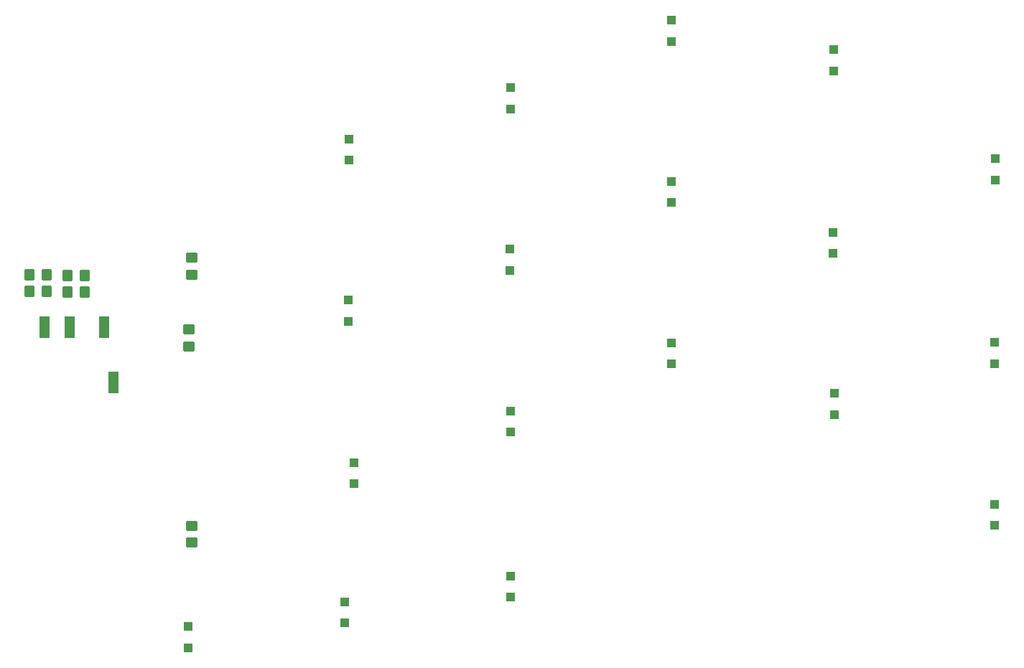
<source format=gbr>
%TF.GenerationSoftware,KiCad,Pcbnew,(6.0.4)*%
%TF.CreationDate,2022-04-22T20:25:04+08:00*%
%TF.ProjectId,Slice36,536c6963-6533-4362-9e6b-696361645f70,rev?*%
%TF.SameCoordinates,Original*%
%TF.FileFunction,Paste,Top*%
%TF.FilePolarity,Positive*%
%FSLAX46Y46*%
G04 Gerber Fmt 4.6, Leading zero omitted, Abs format (unit mm)*
G04 Created by KiCad (PCBNEW (6.0.4)) date 2022-04-22 20:25:04*
%MOMM*%
%LPD*%
G01*
G04 APERTURE LIST*
G04 Aperture macros list*
%AMRoundRect*
0 Rectangle with rounded corners*
0 $1 Rounding radius*
0 $2 $3 $4 $5 $6 $7 $8 $9 X,Y pos of 4 corners*
0 Add a 4 corners polygon primitive as box body*
4,1,4,$2,$3,$4,$5,$6,$7,$8,$9,$2,$3,0*
0 Add four circle primitives for the rounded corners*
1,1,$1+$1,$2,$3*
1,1,$1+$1,$4,$5*
1,1,$1+$1,$6,$7*
1,1,$1+$1,$8,$9*
0 Add four rect primitives between the rounded corners*
20,1,$1+$1,$2,$3,$4,$5,0*
20,1,$1+$1,$4,$5,$6,$7,0*
20,1,$1+$1,$6,$7,$8,$9,0*
20,1,$1+$1,$8,$9,$2,$3,0*%
G04 Aperture macros list end*
%ADD10R,1.000000X1.000000*%
%ADD11RoundRect,0.250000X-0.450000X0.350000X-0.450000X-0.350000X0.450000X-0.350000X0.450000X0.350000X0*%
%ADD12R,1.200000X2.500000*%
%ADD13RoundRect,0.250000X0.350000X0.450000X-0.350000X0.450000X-0.350000X-0.450000X0.350000X-0.450000X0*%
G04 APERTURE END LIST*
D10*
%TO.C,D10*%
X98400000Y-86050000D03*
X98400000Y-83550000D03*
%TD*%
%TO.C,D17*%
X136500000Y-124050000D03*
X136500000Y-121550000D03*
%TD*%
%TO.C,D1*%
X41400000Y-155100000D03*
X41400000Y-157600000D03*
%TD*%
%TO.C,D5*%
X60300000Y-119050000D03*
X60300000Y-116550000D03*
%TD*%
D11*
%TO.C,R1*%
X41870000Y-143200000D03*
X41870000Y-145200000D03*
%TD*%
D10*
%TO.C,D2*%
X59900000Y-152150000D03*
X59900000Y-154650000D03*
%TD*%
%TO.C,D12*%
X98400000Y-124100000D03*
X98400000Y-121600000D03*
%TD*%
%TO.C,D14*%
X117400000Y-111050000D03*
X117400000Y-108550000D03*
%TD*%
%TO.C,D8*%
X79300000Y-113050000D03*
X79300000Y-110550000D03*
%TD*%
%TO.C,D13*%
X117500000Y-87000000D03*
X117500000Y-89500000D03*
%TD*%
D12*
%TO.C,J2*%
X27475000Y-119750000D03*
X24475000Y-119750000D03*
X32575000Y-126250000D03*
X31475000Y-119750000D03*
%TD*%
D13*
%TO.C,R5*%
X29200000Y-113650000D03*
X27200000Y-113650000D03*
%TD*%
D10*
%TO.C,D6*%
X61000000Y-138250000D03*
X61000000Y-135750000D03*
%TD*%
%TO.C,D11*%
X98400000Y-105050000D03*
X98400000Y-102550000D03*
%TD*%
D11*
%TO.C,R3*%
X41870000Y-111560000D03*
X41870000Y-113560000D03*
%TD*%
D13*
%TO.C,R4*%
X29190000Y-115570000D03*
X27190000Y-115570000D03*
%TD*%
D10*
%TO.C,D7*%
X79400000Y-94000000D03*
X79400000Y-91500000D03*
%TD*%
%TO.C,D3*%
X79400000Y-149100000D03*
X79400000Y-151600000D03*
%TD*%
%TO.C,D16*%
X136600000Y-99900000D03*
X136600000Y-102400000D03*
%TD*%
%TO.C,D4*%
X60400000Y-100050000D03*
X60400000Y-97550000D03*
%TD*%
%TO.C,D18*%
X136500000Y-143150000D03*
X136500000Y-140650000D03*
%TD*%
D13*
%TO.C,R7*%
X24700000Y-113600000D03*
X22700000Y-113600000D03*
%TD*%
%TO.C,R6*%
X24700000Y-115550000D03*
X22700000Y-115550000D03*
%TD*%
D10*
%TO.C,D9*%
X79400000Y-132150000D03*
X79400000Y-129650000D03*
%TD*%
%TO.C,D15*%
X117600000Y-130050000D03*
X117600000Y-127550000D03*
%TD*%
D11*
%TO.C,R2*%
X41450000Y-120025000D03*
X41450000Y-122025000D03*
%TD*%
M02*

</source>
